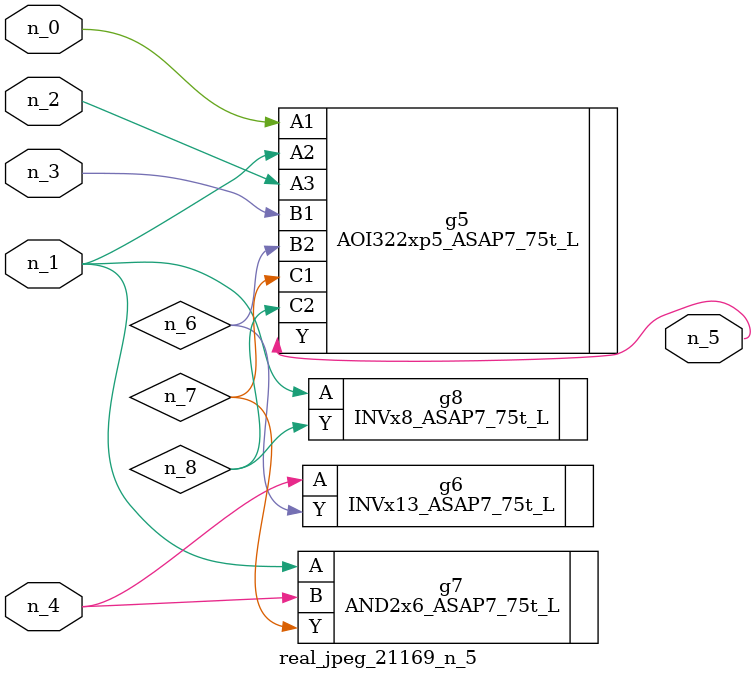
<source format=v>
module real_jpeg_21169_n_5 (n_4, n_0, n_1, n_2, n_3, n_5);

input n_4;
input n_0;
input n_1;
input n_2;
input n_3;

output n_5;

wire n_8;
wire n_6;
wire n_7;

AOI322xp5_ASAP7_75t_L g5 ( 
.A1(n_0),
.A2(n_1),
.A3(n_2),
.B1(n_3),
.B2(n_6),
.C1(n_7),
.C2(n_8),
.Y(n_5)
);

AND2x6_ASAP7_75t_L g7 ( 
.A(n_1),
.B(n_4),
.Y(n_7)
);

INVx8_ASAP7_75t_L g8 ( 
.A(n_1),
.Y(n_8)
);

INVx13_ASAP7_75t_L g6 ( 
.A(n_4),
.Y(n_6)
);


endmodule
</source>
